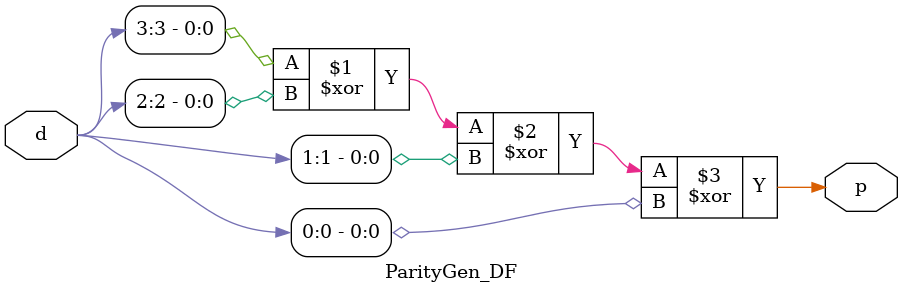
<source format=v>
`timescale 1ns / 1ps


module ParityGen_DF(input [3:0]d, output p);
assign p=d[3]^d[2]^d[1]^d[0]; //even parity
// assign p=~(d[3]^d[2]^d[1]^d[0]);  //odd parity
endmodule

</source>
